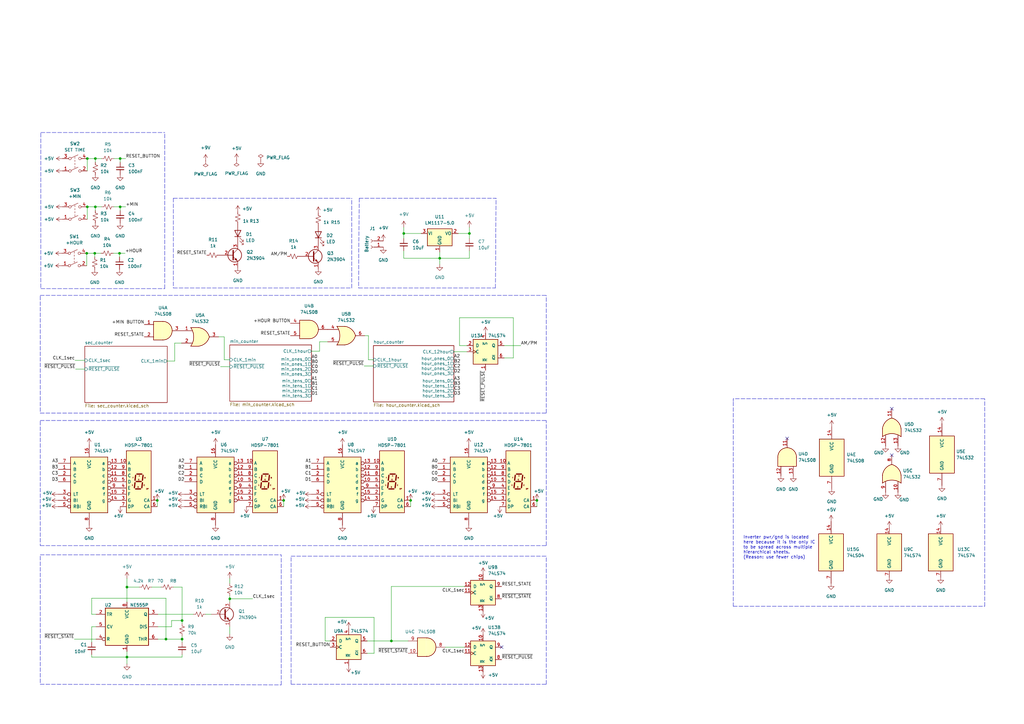
<source format=kicad_sch>
(kicad_sch (version 20211123) (generator eeschema)
  (paper "A3")
  (junction (at 38.862 103.886))
  (junction (at 39.116 84.836))
  (junction (at 64.516 205.232))
  (junction (at 52.07 240.792))
  (junction (at 74.676 262.128))
  (junction (at 68.072 262.128))
  (junction (at 52.07 269.494))
  (junction (at 168.402 205.232))
  (junction (at 49.276 84.836))
  (junction (at 35.56 103.886))
  (junction (at 74.676 254.508))
  (junction (at 49.276 65.024))
  (junction (at 49.022 103.886))
  (junction (at 35.814 65.024))
  (junction (at 180.34 105.918))
  (junction (at 160.528 262.89))
  (junction (at 192.532 95.758))
  (junction (at 39.116 65.024))
  (junction (at 94.234 245.618))
  (junction (at 35.814 84.836))
  (junction (at 220.218 205.232))
  (junction (at 165.608 95.758))
  (junction (at 116.332 205.232))
  (no_connect (at 365.76 186.69))
  (no_connect (at 322.834 179.832))
  (no_connect (at 365.76 167.64))
  (no_connect (at 205.74 265.43))
  (polyline (pts (xy 119.38 228.6) (xy 119.38 280.67)))
  (wire (pts (xy 68.58 148.082) (xy 71.628 148.082)))
  (polyline (pts (xy 119.38 280.67) (xy 224.028 280.67)))
  (polyline (pts (xy 300.736 164.846) (xy 300.736 248.666)))
  (wire (pts (xy 192.532 95.758) (xy 192.532 97.79)))
  (wire (pts (xy 52.07 269.494) (xy 74.676 269.494)))
  (wire (pts (xy 90.424 150.368) (xy 94.234 150.368)))
  (wire (pts (xy 46.736 65.024) (xy 49.276 65.024)))
  (wire (pts (xy 35.814 65.024) (xy 39.116 65.024)))
  (wire (pts (xy 94.234 245.618) (xy 103.632 245.618)))
  (wire (pts (xy 187.96 95.758) (xy 192.532 95.758)))
  (wire (pts (xy 52.07 237.236) (xy 52.07 240.792)))
  (polyline (pts (xy 16.51 169.418) (xy 224.028 169.418)))
  (wire (pts (xy 210.566 130.302) (xy 210.566 146.812)))
  (wire (pts (xy 165.608 95.758) (xy 172.72 95.758)))
  (wire (pts (xy 30.48 262.128) (xy 39.37 262.128)))
  (wire (pts (xy 149.352 150.114) (xy 153.162 150.114)))
  (wire (pts (xy 180.34 105.918) (xy 180.34 108.458)))
  (polyline (pts (xy 71.12 118.11) (xy 144.272 118.11)))
  (wire (pts (xy 127.762 144.018) (xy 131.064 144.018)))
  (wire (pts (xy 94.234 245.618) (xy 94.234 246.888)))
  (polyline (pts (xy 147.066 118.11) (xy 203.2 118.11)))
  (wire (pts (xy 49.276 84.836) (xy 51.562 84.836)))
  (polyline (pts (xy 71.12 81.28) (xy 144.272 81.28)))
  (wire (pts (xy 186.182 144.272) (xy 191.516 144.272)))
  (wire (pts (xy 35.56 103.886) (xy 38.862 103.886)))
  (wire (pts (xy 35.814 65.024) (xy 35.814 70.104)))
  (wire (pts (xy 71.12 240.792) (xy 74.676 240.792)))
  (wire (pts (xy 191.516 141.732) (xy 188.468 141.732)))
  (polyline (pts (xy 403.86 248.666) (xy 403.86 163.576)))
  (wire (pts (xy 74.676 240.792) (xy 74.676 254.508)))
  (polyline (pts (xy 119.38 228.092) (xy 224.028 228.092)))
  (wire (pts (xy 57.15 240.792) (xy 52.07 240.792)))
  (polyline (pts (xy 203.2 118.11) (xy 203.454 81.28)))
  (wire (pts (xy 46.482 103.886) (xy 49.022 103.886)))
  (wire (pts (xy 49.022 103.886) (xy 51.308 103.886)))
  (polyline (pts (xy 16.51 172.466) (xy 224.028 172.466)))
  (wire (pts (xy 35.56 103.886) (xy 35.56 108.966)))
  (wire (pts (xy 74.676 269.494) (xy 74.676 268.478)))
  (wire (pts (xy 64.516 205.232) (xy 64.516 207.772)))
  (wire (pts (xy 182.626 265.43) (xy 190.5 265.43)))
  (wire (pts (xy 135.382 262.89) (xy 133.35 262.89)))
  (wire (pts (xy 188.468 141.732) (xy 188.468 130.302)))
  (wire (pts (xy 84.328 251.968) (xy 86.614 251.968)))
  (wire (pts (xy 64.77 257.048) (xy 70.358 257.048)))
  (polyline (pts (xy 224.028 280.67) (xy 224.028 228.092)))
  (wire (pts (xy 41.402 103.886) (xy 38.862 103.886)))
  (wire (pts (xy 74.676 254.508) (xy 74.676 255.778)))
  (wire (pts (xy 150.622 262.89) (xy 160.528 262.89)))
  (wire (pts (xy 91.948 138.176) (xy 89.662 138.176)))
  (wire (pts (xy 74.676 262.128) (xy 68.072 262.128)))
  (wire (pts (xy 37.592 257.048) (xy 37.592 263.398)))
  (wire (pts (xy 71.628 140.716) (xy 74.422 140.716)))
  (wire (pts (xy 30.988 151.384) (xy 34.798 151.384)))
  (wire (pts (xy 66.04 240.792) (xy 62.23 240.792)))
  (wire (pts (xy 165.608 95.758) (xy 165.608 97.79)))
  (wire (pts (xy 210.566 146.812) (xy 206.756 146.812)))
  (polyline (pts (xy 16.764 118.364) (xy 67.564 118.364)))
  (wire (pts (xy 192.532 93.218) (xy 192.532 95.758)))
  (polyline (pts (xy 224.028 169.418) (xy 224.028 121.158)))
  (wire (pts (xy 37.592 269.494) (xy 52.07 269.494)))
  (polyline (pts (xy 16.764 54.356) (xy 67.564 54.356)))
  (wire (pts (xy 38.862 105.41) (xy 38.862 103.886)))
  (wire (pts (xy 64.77 251.968) (xy 79.248 251.968)))
  (wire (pts (xy 39.37 257.048) (xy 37.592 257.048)))
  (polyline (pts (xy 147.32 81.28) (xy 147.066 118.11)))
  (wire (pts (xy 39.37 251.968) (xy 37.592 251.968)))
  (wire (pts (xy 180.34 103.378) (xy 180.34 105.918)))
  (wire (pts (xy 37.592 251.968) (xy 37.592 245.364)))
  (wire (pts (xy 49.276 65.024) (xy 49.276 66.548)))
  (wire (pts (xy 149.606 137.668) (xy 151.13 137.668)))
  (wire (pts (xy 30.734 147.828) (xy 34.798 147.828)))
  (wire (pts (xy 41.656 65.024) (xy 39.116 65.024)))
  (wire (pts (xy 68.072 245.364) (xy 68.072 262.128)))
  (polyline (pts (xy 403.86 163.576) (xy 300.736 163.576)))
  (wire (pts (xy 165.608 105.918) (xy 165.608 102.87)))
  (wire (pts (xy 94.234 257.048) (xy 94.234 260.096)))
  (wire (pts (xy 74.676 262.128) (xy 74.676 263.398)))
  (wire (pts (xy 151.13 147.574) (xy 153.162 147.574)))
  (wire (pts (xy 151.13 137.668) (xy 151.13 147.574)))
  (polyline (pts (xy 16.51 228.092) (xy 16.51 280.67)))
  (wire (pts (xy 35.814 84.836) (xy 39.116 84.836)))
  (polyline (pts (xy 144.272 118.11) (xy 144.272 81.28)))
  (polyline (pts (xy 16.51 280.67) (xy 115.316 280.924)))
  (wire (pts (xy 52.07 269.494) (xy 52.07 267.208)))
  (wire (pts (xy 46.736 84.836) (xy 49.276 84.836)))
  (wire (pts (xy 39.116 66.548) (xy 39.116 65.024)))
  (polyline (pts (xy 16.51 223.774) (xy 224.028 223.774)))
  (wire (pts (xy 94.234 244.348) (xy 94.234 245.618)))
  (polyline (pts (xy 71.12 81.28) (xy 71.12 118.11)))
  (wire (pts (xy 71.628 148.082) (xy 71.628 140.716)))
  (polyline (pts (xy 224.028 223.774) (xy 224.028 172.466)))
  (wire (pts (xy 190.5 240.538) (xy 160.528 240.538)))
  (wire (pts (xy 37.592 245.364) (xy 68.072 245.364)))
  (wire (pts (xy 37.592 268.478) (xy 37.592 269.494)))
  (wire (pts (xy 133.35 262.89) (xy 133.35 253.238)))
  (wire (pts (xy 49.276 65.024) (xy 51.562 65.024)))
  (wire (pts (xy 74.676 260.858) (xy 74.676 262.128)))
  (wire (pts (xy 52.07 272.288) (xy 52.07 269.494)))
  (wire (pts (xy 153.416 253.238) (xy 153.416 267.97)))
  (wire (pts (xy 70.358 257.048) (xy 70.358 254.508)))
  (wire (pts (xy 160.528 262.89) (xy 167.386 262.89)))
  (wire (pts (xy 52.07 240.792) (xy 52.07 246.888)))
  (polyline (pts (xy 147.32 81.28) (xy 203.454 81.28)))
  (polyline (pts (xy 16.51 121.412) (xy 16.51 169.418)))
  (wire (pts (xy 206.756 141.732) (xy 213.614 141.732)))
  (polyline (pts (xy 115.316 280.924) (xy 115.316 227.584)))
  (wire (pts (xy 91.948 147.574) (xy 91.948 138.176)))
  (polyline (pts (xy 16.51 121.158) (xy 224.028 121.158)))
  (polyline (pts (xy 300.736 163.576) (xy 300.736 164.592)))
  (wire (pts (xy 188.468 130.302) (xy 210.566 130.302)))
  (wire (pts (xy 94.234 237.236) (xy 94.234 239.268)))
  (polyline (pts (xy 300.736 248.666) (xy 403.86 248.666)))
  (wire (pts (xy 49.276 84.836) (xy 49.276 86.36)))
  (wire (pts (xy 153.416 267.97) (xy 150.622 267.97)))
  (wire (pts (xy 180.34 105.918) (xy 165.608 105.918)))
  (wire (pts (xy 131.064 144.018) (xy 131.064 140.208)))
  (wire (pts (xy 165.608 93.218) (xy 165.608 95.758)))
  (polyline (pts (xy 16.51 172.72) (xy 16.51 223.774)))
  (wire (pts (xy 220.218 205.232) (xy 220.218 207.772)))
  (wire (pts (xy 192.532 105.918) (xy 180.34 105.918)))
  (wire (pts (xy 133.35 253.238) (xy 153.416 253.238)))
  (wire (pts (xy 41.656 84.836) (xy 39.116 84.836)))
  (polyline (pts (xy 16.764 54.61) (xy 16.764 118.364)))
  (wire (pts (xy 168.402 205.232) (xy 168.402 207.772)))
  (wire (pts (xy 64.77 262.128) (xy 68.072 262.128)))
  (wire (pts (xy 70.358 254.508) (xy 74.676 254.508)))
  (wire (pts (xy 94.234 147.574) (xy 91.948 147.574)))
  (polyline (pts (xy 67.564 118.364) (xy 67.564 54.356)))
  (wire (pts (xy 35.814 84.836) (xy 35.814 89.916)))
  (wire (pts (xy 192.532 102.87) (xy 192.532 105.918)))
  (wire (pts (xy 160.528 240.538) (xy 160.528 262.89)))
  (wire (pts (xy 116.332 205.232) (xy 116.332 207.772)))
  (polyline (pts (xy 16.51 227.584) (xy 115.316 227.584)))
  (wire (pts (xy 49.022 103.886) (xy 49.022 105.41)))
  (wire (pts (xy 131.064 140.208) (xy 134.366 140.208)))
  (wire (pts (xy 39.116 86.36) (xy 39.116 84.836)))
  (text "Inverter pwr/gnd is located\nhere because it is the only IC\nto be spread across multiple\nhierarchical sheets.\n(Reason: use fewer chips)" (at 304.8 229.362 0) (effects (font (size 1.27 1.27)) (justify left bottom)))
  (label "~{RESET_PULSE}" (at 30.988 151.384 180))
  (label "B3" (at 23.876 192.532 180))
  (label "+HOUR" (at 51.308 103.886 0))
  (label "C2" (at 186.182 151.13 0))
  (label "RESET_STATE" (at 84.836 104.648 180))
  (label "RESET_BUTTON" (at 51.562 65.024 0))
  (label "C1" (at 127.762 195.072 180))
  (label "A1" (at 127.762 156.21 0))
  (label "+HOUR BUTTON" (at 119.126 132.588 180))
  (label "C0" (at 127.762 151.384 0))
  (label "AM{slash}PM" (at 117.856 105.156 180))
  (label "D1" (at 127.762 162.306 0))
  (label "C3" (at 186.182 160.274 0))
  (label "+MIN BUTTON" (at 59.182 133.096 180))
  (label "~{RESET_STATE}" (at 167.386 267.97 180))
  (label "RESET_STATE" (at 205.74 240.538 0))
  (label "A2" (at 75.692 189.992 180))
  (label "RESET_BUTTON" (at 135.382 265.43 180))
  (label "D0" (at 179.578 197.612 180))
  (label "A3" (at 186.182 156.21 0))
  (label "A0" (at 127.762 147.32 0))
  (label "B2" (at 75.692 192.532 180))
  (label "D2" (at 186.182 153.162 0))
  (label "B1" (at 127.762 192.532 180))
  (label "A0" (at 179.578 189.992 180))
  (label "D0" (at 127.762 153.416 0))
  (label "~{RESET_PULSE}" (at 149.352 150.114 180))
  (label "C2" (at 75.692 195.072 180))
  (label "D3" (at 23.876 197.612 180))
  (label "AM{slash}PM" (at 213.614 141.732 0))
  (label "D3" (at 186.182 162.306 0))
  (label "~{RESET_PULSE}" (at 205.74 270.51 0))
  (label "RESET_STATE" (at 119.126 137.668 180))
  (label "CLK_1sec" (at 190.5 267.97 180))
  (label "A3" (at 23.876 189.992 180))
  (label "CLK_1sec" (at 103.632 245.618 0))
  (label "C1" (at 127.762 160.274 0))
  (label "C3" (at 23.876 195.072 180))
  (label "B0" (at 179.578 192.532 180))
  (label "B0" (at 127.762 149.352 0))
  (label "RESET_STATE" (at 59.182 138.176 180))
  (label "D2" (at 75.692 197.612 180))
  (label "~{RESET_STATE}" (at 205.74 245.618 0))
  (label "~{RESET_PULSE}" (at 199.136 151.892 270))
  (label "D1" (at 127.762 197.612 180))
  (label "~{RESET_PULSE}" (at 90.424 150.368 180))
  (label "B3" (at 186.182 158.242 0))
  (label "A2" (at 186.182 147.066 0))
  (label "~{RESET_STATE}" (at 30.48 262.128 180))
  (label "C0" (at 179.578 195.072 180))
  (label "B1" (at 127.762 158.242 0))
  (label "B2" (at 186.182 149.098 0))
  (label "CLK_1sec" (at 30.734 147.828 180))
  (label "A1" (at 127.762 189.992 180))
  (label "CLK_1sec" (at 190.5 243.078 180))
  (label "+MIN" (at 51.562 84.836 0))
  (symbol (lib_id "power:+5V") (at 341.122 175.006 0) (unit 1)
    (property "Reference" "#PWR061" (effects hide))
    (property "Value" "+5V" (at 341.122 170.18 0))
  )
  (symbol (lib_id "power:+5V") (at 25.654 89.916 90) (unit 1)
    (property "Reference" "#PWR09" (effects hide))
    (property "Value" "+5V" (at 22.098 89.9159 90) (effects (justify left)))
  )
  (symbol (lib_id "power:+5V") (at 127.762 202.692 90) (unit 1)
    (property "Reference" "#PWR031" (effects hide))
    (property "Value" "+5V" (at 121.158 202.184 90) (effects (justify right)))
  )
  (symbol (lib_id "power:+5V") (at 386.334 173.736 0) (unit 1)
    (property "Reference" "#PWR071" (effects hide))
    (property "Value" "+5V" (at 386.334 168.91 0))
  )
  (symbol (lib_id "Connector:Conn_01x02_Female") (at 152.146 101.346 180) (unit 1)
    (property "Reference" "J1" (at 152.781 93.726 0))
    (property "Value" "Battery" (at 150.368 100.076 90))
    (property "Footprint" "TerminalBlock_Phoenix:TerminalBlock_Phoenix_MKDS-1,5-2_1x02_P5.00mm_Horizontal" (effects hide))
  )
  (symbol (lib_id "power:GND") (at 94.234 260.096 0) (unit 1)
    (property "Reference" "#PWR027" (effects hide))
    (property "Value" "GND" (at 94.234 265.43 0))
  )
  (symbol (lib_id "power:GND") (at 38.862 110.49 0) (unit 1)
    (property "Reference" "#PWR012" (effects hide))
    (property "Value" "GND" (at 38.862 115.824 0))
  )
  (symbol (lib_id "Device:R_Small_US") (at 44.196 84.836 90) (unit 1)
    (property "Reference" "R6" (at 44.196 78.994 90))
    (property "Value" "10k" (at 44.196 81.534 90))
    (property "Footprint" "Resistor_THT:R_Axial_DIN0207_L6.3mm_D2.5mm_P10.16mm_Horizontal" (effects hide))
  )
  (symbol (lib_id "power:+5V") (at 64.516 205.232 0) (unit 1)
    (property "Reference" "#PWR020" (effects hide))
    (property "Value" "+5V" (at 67.31 201.422 0) (effects (justify right)))
  )
  (symbol (lib_id "74xx:74LS32") (at 141.986 137.668 0) (unit 2)
    (property "Reference" "U5" (at 141.986 128.778 0))
    (property "Value" "74LS32" (at 141.986 131.318 0))
    (property "Footprint" "Package_DIP:DIP-14_W7.62mm" (effects hide))
    (property "Datasheet" "http://www.ti.com/lit/gpn/sn74LS32" (effects hide))
  )
  (symbol (lib_id "power:GND") (at 52.07 272.288 0) (unit 1)
    (property "Reference" "#PWR019" (effects hide))
    (property "Value" "GND" (at 52.07 277.622 0))
  )
  (symbol (lib_id "Device:R_Small_US") (at 59.69 240.792 90) (unit 1)
    (property "Reference" "R7" (at 63.246 238.252 90) (effects (justify left)))
    (property "Value" "4.2k" (at 58.928 238.252 90) (effects (justify left)))
    (property "Footprint" "Resistor_THT:R_Axial_DIN0207_L6.3mm_D2.5mm_P10.16mm_Horizontal" (effects hide))
  )
  (symbol (lib_id "power:+5V") (at 198.12 260.35 0) (unit 1)
    (property "Reference" "#PWR053" (effects hide))
    (property "Value" "+5V" (at 195.326 257.556 0))
  )
  (symbol (lib_id "power:+5V") (at 179.578 202.692 90) (unit 1)
    (property "Reference" "#PWR044" (effects hide))
    (property "Value" "+5V" (at 172.72 202.184 90) (effects (justify right)))
  )
  (symbol (lib_id "power:+5V") (at 97.536 86.868 0) (unit 1)
    (property "Reference" "#PWR028" (effects hide))
    (property "Value" "+5V" (at 99.314 85.5979 0) (effects (justify left)))
  )
  (symbol (lib_id "power:GND") (at 97.536 109.728 0) (unit 1)
    (property "Reference" "#PWR029" (effects hide))
    (property "Value" "GND" (at 97.536 115.062 0))
  )
  (symbol (lib_id "Device:R_Small_US") (at 74.676 258.318 0) (unit 1)
    (property "Reference" "R9" (at 76.962 257.0479 0) (effects (justify left)))
    (property "Value" "70k" (at 76.962 259.5879 0) (effects (justify left)))
    (property "Footprint" "Resistor_THT:R_Axial_DIN0207_L6.3mm_D2.5mm_P10.16mm_Horizontal" (effects hide))
  )
  (symbol (lib_id "Display_Character:HDSP-7801") (at 108.712 197.612 0) (unit 1)
    (property "Reference" "U7" (at 108.712 180.086 0))
    (property "Value" "HDSP-7801" (at 108.712 182.626 0))
    (property "Footprint" "Display_7Segment:7SegmentLED_LTS6760_LTS6780" (effects hide))
    (property "Datasheet" "https://docs.broadcom.com/docs/AV02-2553EN" (effects hide))
  )
  (symbol (lib_id "Device:C_Small") (at 165.608 100.33 0) (unit 1)
    (property "Reference" "C6" (at 169.164 99.0662 0) (effects (justify left)))
    (property "Value" "10uF" (at 169.164 101.6062 0) (effects (justify left)))
    (property "Footprint" "Capacitor_THT:CP_Radial_Tantal_D5.0mm_P5.00mm" (effects hide))
  )
  (symbol (lib_id "power:+5V") (at 192.532 93.218 0) (unit 1)
    (property "Reference" "#PWR050" (effects hide))
    (property "Value" "+5V" (at 192.532 88.392 0))
  )
  (symbol (lib_id "74xx:74LS74") (at 199.136 144.272 0) (unit 1)
    (property "Reference" "U13" (at 193.04 137.668 0) (effects (justify left)))
    (property "Value" "74LS74" (at 200.152 137.668 0) (effects (justify left)))
    (property "Footprint" "Package_DIP:DIP-14_W7.62mm" (effects hide))
    (property "Datasheet" "74xx/74hc_hct74.pdf" (effects hide))
  )
  (symbol (lib_id "power:+5V") (at 75.692 202.692 90) (unit 1)
    (property "Reference" "#PWR021" (effects hide))
    (property "Value" "+5V" (at 68.834 202.184 90) (effects (justify right)))
  )
  (symbol (lib_id "power:GND") (at 106.934 65.913 0) (unit 1)
    (property "Reference" "#PWR0215" (effects hide))
    (property "Value" "GND" (at 106.934 71.247 0))
  )
  (symbol (lib_id "power:+5V") (at 198.12 250.698 180) (unit 1)
    (property "Reference" "#PWR052" (effects hide))
    (property "Value" "+5V" (at 200.66 253.492 0))
  )
  (symbol (lib_id "power:GND") (at 157.226 101.346 0) (unit 1)
    (property "Reference" "#PWR041" (effects hide))
    (property "Value" "GND" (at 157.226 106.68 0))
  )
  (symbol (lib_id "74xx:74LS08") (at 126.746 135.128 0) (unit 2)
    (property "Reference" "U4" (at 126.746 125.476 0))
    (property "Value" "74LS08" (at 126.746 128.016 0))
    (property "Footprint" "Package_DIP:DIP-14_W7.62mm" (effects hide))
    (property "Datasheet" "http://www.ti.com/lit/gpn/sn74LS08" (effects hide))
  )
  (symbol (lib_id "Switch:SW_DPST") (at 30.734 87.376 0) (unit 1)
    (property "Reference" "SW3" (at 30.734 77.978 0))
    (property "Value" "+MIN" (at 30.734 80.518 0))
    (property "Footprint" "Button_Switch_THT:Push_E-Switch_KS01Q01" (effects hide))
  )
  (symbol (lib_id "Device:C_Small") (at 49.276 88.9 0) (unit 1)
    (property "Reference" "C4" (at 52.578 87.6362 0) (effects (justify left)))
    (property "Value" "100nF" (at 52.578 90.1762 0) (effects (justify left)))
    (property "Footprint" "Capacitor_THT:C_Disc_D5.0mm_W2.5mm_P5.00mm" (effects hide))
  )
  (symbol (lib_id "74xx:74LS32") (at 386.334 186.436 0) (unit 5)
    (property "Reference" "U5" (at 392.176 185.1659 0) (effects (justify left)))
    (property "Value" "74LS32" (at 392.176 187.7059 0) (effects (justify left)))
    (property "Footprint" "Package_DIP:DIP-14_W7.62mm" (effects hide))
    (property "Datasheet" "http://www.ti.com/lit/gpn/sn74LS32" (effects hide))
  )
  (symbol (lib_id "power:+5V") (at 168.402 205.232 0) (unit 1)
    (property "Reference" "#PWR043" (effects hide))
    (property "Value" "+5V" (at 171.196 201.422 0) (effects (justify right)))
  )
  (symbol (lib_id "74xx:74LS47") (at 36.576 197.612 0) (unit 1)
    (property "Reference" "U1" (at 38.5954 182.372 0) (effects (justify left)))
    (property "Value" "74LS47" (at 38.5954 184.912 0) (effects (justify left)))
    (property "Footprint" "Package_DIP:DIP-16_W7.62mm" (effects hide))
    (property "Datasheet" "http://www.ti.com/lit/gpn/sn74LS47" (effects hide))
  )
  (symbol (lib_id "Device:C_Small") (at 49.022 107.95 0) (unit 1)
    (property "Reference" "C2" (at 52.324 106.6862 0) (effects (justify left)))
    (property "Value" "100nF" (at 52.324 109.2262 0) (effects (justify left)))
    (property "Footprint" "Capacitor_THT:C_Disc_D5.0mm_W2.5mm_P5.00mm" (effects hide))
  )
  (symbol (lib_id "Regulator_Linear:LM1117-5.0") (at 180.34 95.758 0) (unit 1)
    (property "Reference" "U11" (at 180.34 88.9 0))
    (property "Value" "LM1117-5.0" (at 180.34 91.44 0))
    (property "Footprint" "Package_TO_SOT_THT:TO-220-3_Vertical" (effects hide))
    (property "Datasheet" "http://www.ti.com/lit/ds/symlink/lm1117.pdf" (effects hide))
  )
  (symbol (lib_id "74xx:74LS08") (at 175.006 265.43 0) (unit 3)
    (property "Reference" "U4" (at 168.148 259.08 0))
    (property "Value" "74LS08" (at 175.006 259.08 0))
    (property "Footprint" "Package_DIP:DIP-14_W7.62mm" (effects hide))
    (property "Datasheet" "http://www.ti.com/lit/gpn/sn74LS08" (effects hide))
  )
  (symbol (lib_id "power:+5V") (at 23.876 205.232 90) (unit 1)
    (property "Reference" "#PWR02" (effects hide))
    (property "Value" "+5V" (at 17.018 204.724 90) (effects (justify right)))
  )
  (symbol (lib_id "power:GND") (at 363.22 182.88 0) (unit 1)
    (property "Reference" "#PWR063" (effects hide))
    (property "Value" "GND" (at 360.426 185.674 0))
  )
  (symbol (lib_id "74xx:74LS32") (at 365.76 175.26 90) (unit 4)
    (property "Reference" "U5" (at 370.84 173.9899 90) (effects (justify right)))
    (property "Value" "74LS32" (at 370.84 176.5299 90) (effects (justify right)))
    (property "Footprint" "Package_DIP:DIP-14_W7.62mm" (effects hide))
    (property "Datasheet" "http://www.ti.com/lit/gpn/sn74LS32" (effects hide))
  )
  (symbol (lib_id "Switch:SW_DPST") (at 30.48 106.426 0) (unit 1)
    (property "Reference" "SW1" (at 30.48 97.028 0))
    (property "Value" "+HOUR" (at 30.48 99.568 0))
    (property "Footprint" "Button_Switch_THT:Push_E-Switch_KS01Q01" (effects hide))
  )
  (symbol (lib_id "power:+5V") (at 192.278 182.372 0) (unit 1)
    (property "Reference" "#PWR048" (effects hide))
    (property "Value" "+5V" (at 192.278 177.292 0))
  )
  (symbol (lib_id "Display_Character:HDSP-7801") (at 160.782 197.612 0) (unit 1)
    (property "Reference" "U10" (at 160.782 180.086 0))
    (property "Value" "HDSP-7801" (at 160.782 182.626 0))
    (property "Footprint" "Display_7Segment:7SegmentLED_LTS6760_LTS6780" (effects hide))
    (property "Datasheet" "https://docs.broadcom.com/docs/AV02-2553EN" (effects hide))
  )
  (symbol (lib_id "Device:R_Small_US") (at 81.788 251.968 90) (unit 1)
    (property "Reference" "R10" (at 81.788 246.38 90))
    (property "Value" "1k" (at 81.788 248.92 90))
    (property "Footprint" "Resistor_THT:R_Axial_DIN0207_L6.3mm_D2.5mm_P10.16mm_Horizontal" (effects hide))
  )
  (symbol (lib_id "power:+9V") (at 165.608 93.218 0) (unit 1)
    (property "Reference" "#PWR042" (effects hide))
    (property "Value" "+9V" (at 165.608 87.884 0))
  )
  (symbol (lib_id "Device:R_Small_US") (at 97.536 89.408 180) (unit 1)
    (property "Reference" "R13" (at 102.362 90.678 0) (effects (justify right)))
    (property "Value" "1k" (at 99.568 90.6779 0) (effects (justify right)))
    (property "Footprint" "Resistor_THT:R_Axial_DIN0207_L6.3mm_D2.5mm_P10.16mm_Horizontal" (effects hide))
  )
  (symbol (lib_id "power:GND") (at 36.576 215.392 0) (unit 1)
    (property "Reference" "#PWR011" (effects hide))
    (property "Value" "GND" (at 36.576 220.726 0))
  )
  (symbol (lib_id "Display_Character:HDSP-7801") (at 212.598 197.612 0) (unit 1)
    (property "Reference" "U14" (at 212.598 180.086 0))
    (property "Value" "HDSP-7801" (at 212.598 182.626 0))
    (property "Footprint" "Display_7Segment:7SegmentLED_LTS6760_LTS6780" (effects hide))
    (property "Datasheet" "https://docs.broadcom.com/docs/AV02-2553EN" (effects hide))
  )
  (symbol (lib_id "power:+5V") (at 153.162 207.772 180) (unit 1)
    (property "Reference" "#PWR0216" (effects hide))
    (property "Value" "+5V" (at 150.368 211.582 0) (effects (justify right)))
  )
  (symbol (lib_id "power:+5V") (at 204.978 207.772 180) (unit 1)
    (property "Reference" "#PWR0217" (effects hide))
    (property "Value" "+5V" (at 202.184 211.582 0) (effects (justify right)))
  )
  (symbol (lib_id "Transistor_BJT:2N3904") (at 91.694 251.968 0) (unit 1)
    (property "Reference" "Q1" (at 97.79 250.6979 0) (effects (justify left)))
    (property "Value" "2N3904" (at 97.79 253.2379 0) (effects (justify left)))
    (property "Footprint" "Package_TO_SOT_THT:TO-92_Inline" (effects hide))
    (property "Datasheet" "https://www.onsemi.com/pub/Collateral/2N3903-D.PDF" (effects hide))
  )
  (symbol (lib_id "power:GND") (at 364.744 236.728 0) (unit 1)
    (property "Reference" "#PWR066" (effects hide))
    (property "Value" "GND" (at 364.744 242.062 0))
  )
  (symbol (lib_id "power:+5V") (at 198.12 275.59 180) (unit 1)
    (property "Reference" "#PWR054" (effects hide))
    (property "Value" "+5V" (at 200.152 276.8599 0) (effects (justify right)))
  )
  (symbol (lib_id "74xx:74LS47") (at 140.462 197.612 0) (unit 1)
    (property "Reference" "U8" (at 142.4814 182.372 0) (effects (justify left)))
    (property "Value" "74LS47" (at 142.4814 184.912 0) (effects (justify left)))
    (property "Footprint" "Package_DIP:DIP-16_W7.62mm" (effects hide))
    (property "Datasheet" "http://www.ti.com/lit/gpn/sn74LS47" (effects hide))
  )
  (symbol (lib_id "power:+5V") (at 179.578 205.232 90) (unit 1)
    (property "Reference" "#PWR045" (effects hide))
    (property "Value" "+5V" (at 172.72 204.724 90) (effects (justify right)))
  )
  (symbol (lib_id "Device:R_Small_US") (at 39.116 69.088 0) (unit 1)
    (property "Reference" "R2" (at 41.148 67.8179 0) (effects (justify left)))
    (property "Value" "10k" (at 41.148 70.3579 0) (effects (justify left)))
    (property "Footprint" "Resistor_THT:R_Axial_DIN0207_L6.3mm_D2.5mm_P10.16mm_Horizontal" (effects hide))
  )
  (symbol (lib_id "74xx:74LS32") (at 365.76 194.31 90) (unit 3)
    (property "Reference" "U5" (at 370.332 193.0399 90) (effects (justify right)))
    (property "Value" "74LS32" (at 370.332 195.5799 90) (effects (justify right)))
    (property "Footprint" "Package_DIP:DIP-14_W7.62mm" (effects hide))
    (property "Datasheet" "http://www.ti.com/lit/gpn/sn74LS32" (effects hide))
  )
  (symbol (lib_id "Device:R_Small_US") (at 94.234 241.808 180) (unit 1)
    (property "Reference" "R12" (at 96.012 240.5379 0) (effects (justify right)))
    (property "Value" "10k" (at 96.012 243.0779 0) (effects (justify right)))
    (property "Footprint" "Resistor_THT:R_Axial_DIN0207_L6.3mm_D2.5mm_P10.16mm_Horizontal" (effects hide))
  )
  (symbol (lib_id "power:+5V") (at 127.762 205.232 90) (unit 1)
    (property "Reference" "#PWR032" (effects hide))
    (property "Value" "+5V" (at 120.904 204.724 90) (effects (justify right)))
  )
  (symbol (lib_id "Device:R_Small_US") (at 120.396 105.156 90) (unit 1)
    (property "Reference" "R14" (at 120.396 98.806 90))
    (property "Value" "1k" (at 120.396 101.346 90))
    (property "Footprint" "Resistor_THT:R_Axial_DIN0207_L6.3mm_D2.5mm_P10.16mm_Horizontal" (effects hide))
  )
  (symbol (lib_id "74xx:74LS74") (at 143.002 265.43 0) (unit 1)
    (property "Reference" "U9" (at 136.906 258.826 0) (effects (justify left)))
    (property "Value" "74LS74" (at 143.764 258.826 0) (effects (justify left)))
    (property "Footprint" "Package_DIP:DIP-14_W7.62mm" (effects hide))
    (property "Datasheet" "74xx/74hc_hct74.pdf" (effects hide))
  )
  (symbol (lib_id "power:GND") (at 49.022 110.49 0) (unit 1)
    (property "Reference" "#PWR015" (effects hide))
    (property "Value" "GND" (at 49.022 115.824 0))
  )
  (symbol (lib_id "Device:LED") (at 130.556 96.266 90) (unit 1)
    (property "Reference" "D2" (at 133.858 96.5834 90) (effects (justify right)))
    (property "Value" "LED" (at 133.858 99.1234 90) (effects (justify right)))
    (property "Footprint" "LED_THT:LED_D3.0mm" (effects hide))
  )
  (symbol (lib_id "power:+5V") (at 340.868 213.868 0) (unit 1)
    (property "Reference" "#PWR059" (effects hide))
    (property "Value" "+5V" (at 340.868 209.042 0))
  )
  (symbol (lib_id "power:GND") (at 340.868 239.268 0) (unit 1)
    (property "Reference" "#PWR060" (effects hide))
    (property "Value" "GND" (at 340.868 244.602 0))
  )
  (symbol (lib_id "Device:C_Small") (at 74.676 265.938 0) (unit 1)
    (property "Reference" "C5" (at 78.232 264.6742 0) (effects (justify left)))
    (property "Value" "10uF" (at 78.232 267.2142 0) (effects (justify left)))
    (property "Footprint" "Capacitor_THT:CP_Radial_Tantal_D5.0mm_P5.00mm" (effects hide))
  )
  (symbol (lib_id "Transistor_BJT:2N3904") (at 128.016 105.156 0) (unit 1)
    (property "Reference" "Q3" (at 134.112 103.8859 0) (effects (justify left)))
    (property "Value" "2N3904" (at 134.112 106.4259 0) (effects (justify left)))
    (property "Footprint" "Package_TO_SOT_THT:TO-92_Inline" (effects hide))
    (property "Datasheet" "https://www.onsemi.com/pub/Collateral/2N3903-D.PDF" (effects hide))
  )
  (symbol (lib_id "Device:C_Small") (at 49.276 69.088 0) (unit 1)
    (property "Reference" "C3" (at 52.578 67.8242 0) (effects (justify left)))
    (property "Value" "100nF" (at 52.578 70.3642 0) (effects (justify left)))
    (property "Footprint" "Capacitor_THT:C_Disc_D5.0mm_W2.5mm_P5.00mm" (effects hide))
  )
  (symbol (lib_id "power:+5V") (at 140.462 182.372 0) (unit 1)
    (property "Reference" "#PWR036" (effects hide))
    (property "Value" "+5V" (at 140.462 177.292 0))
  )
  (symbol (lib_id "power:+5V") (at 143.002 257.81 0) (unit 1)
    (property "Reference" "#PWR038" (effects hide))
    (property "Value" "+5V" (at 140.208 255.016 0))
  )
  (symbol (lib_id "74xx:74LS47") (at 192.278 197.612 0) (unit 1)
    (property "Reference" "U12" (at 194.2974 182.372 0) (effects (justify left)))
    (property "Value" "74LS47" (at 194.2974 184.912 0) (effects (justify left)))
    (property "Footprint" "Package_DIP:DIP-16_W7.62mm" (effects hide))
    (property "Datasheet" "http://www.ti.com/lit/gpn/sn74LS47" (effects hide))
  )
  (symbol (lib_id "power:+5V") (at 198.12 235.458 0) (unit 1)
    (property "Reference" "#PWR051" (effects hide))
    (property "Value" "+5V" (at 198.12 230.886 0))
  )
  (symbol (lib_id "Device:R_Small_US") (at 38.862 107.95 0) (unit 1)
    (property "Reference" "R1" (at 40.894 106.6799 0) (effects (justify left)))
    (property "Value" "10k" (at 40.894 109.2199 0) (effects (justify left)))
    (property "Footprint" "Resistor_THT:R_Axial_DIN0207_L6.3mm_D2.5mm_P10.16mm_Horizontal" (effects hide))
  )
  (symbol (lib_id "Transistor_BJT:2N3904") (at 94.996 104.648 0) (unit 1)
    (property "Reference" "Q2" (at 101.092 103.3779 0) (effects (justify left)))
    (property "Value" "2N3904" (at 101.092 105.9179 0) (effects (justify left)))
    (property "Footprint" "Package_TO_SOT_THT:TO-92_Inline" (effects hide))
    (property "Datasheet" "https://www.onsemi.com/pub/Collateral/2N3903-D.PDF" (effects hide))
  )
  (symbol (lib_id "power:GND") (at 386.334 199.136 0) (unit 1)
    (property "Reference" "#PWR072" (effects hide))
    (property "Value" "GND" (at 386.334 204.47 0))
  )
  (symbol (lib_id "74xx:74LS47") (at 88.392 197.612 0) (unit 1)
    (property "Reference" "U6" (at 90.4114 182.372 0) (effects (justify left)))
    (property "Value" "74LS47" (at 90.4114 184.912 0) (effects (justify left)))
    (property "Footprint" "Package_DIP:DIP-16_W7.62mm" (effects hide))
    (property "Datasheet" "http://www.ti.com/lit/gpn/sn74LS47" (effects hide))
  )
  (symbol (lib_id "power:+5V") (at 385.826 216.408 0) (unit 1)
    (property "Reference" "#PWR069" (effects hide))
    (property "Value" "+5V" (at 385.826 211.582 0))
  )
  (symbol (lib_id "Timer:NE555P") (at 52.07 257.048 0) (unit 1)
    (property "Reference" "U2" (at 42.926 248.158 0) (effects (justify left)))
    (property "Value" "NE555P" (at 53.34 248.158 0) (effects (justify left)))
    (property "Footprint" "Package_DIP:DIP-8_W7.62mm" (effects hide))
    (property "Datasheet" "http://www.ti.com/lit/ds/symlink/ne555.pdf" (effects hide))
  )
  (symbol (lib_id "power:+5V") (at 88.392 182.372 0) (unit 1)
    (property "Reference" "#PWR024" (effects hide))
    (property "Value" "+5V" (at 88.392 177.292 0))
  )
  (symbol (lib_id "power:PWR_FLAG") (at 97.028 65.659 180) (unit 1)
    (property "Reference" "#FLG02" (effects hide))
    (property "Value" "PWR_FLAG" (at 97.028 71.12 0))
  )
  (symbol (lib_id "Device:R_Small_US") (at 44.196 65.024 90) (unit 1)
    (property "Reference" "R5" (at 44.196 59.182 90))
    (property "Value" "10k" (at 44.196 61.722 90))
    (property "Footprint" "Resistor_THT:R_Axial_DIN0207_L6.3mm_D2.5mm_P10.16mm_Horizontal" (effects hide))
  )
  (symbol (lib_id "power:+5V") (at 75.692 205.232 90) (unit 1)
    (property "Reference" "#PWR022" (effects hide))
    (property "Value" "+5V" (at 68.834 204.724 90) (effects (justify right)))
  )
  (symbol (lib_id "power:+5V") (at 23.876 202.692 90) (unit 1)
    (property "Reference" "#PWR01" (effects hide))
    (property "Value" "+5V" (at 17.272 202.184 90) (effects (justify right)))
  )
  (symbol (lib_id "power:GND") (at 385.826 236.728 0) (unit 1)
    (property "Reference" "#PWR070" (effects hide))
    (property "Value" "GND" (at 385.826 242.062 0))
  )
  (symbol (lib_id "power:+5V") (at 179.578 207.772 90) (unit 1)
    (property "Reference" "#PWR046" (effects hide))
    (property "Value" "+5V" (at 172.72 207.264 90) (effects (justify right)))
  )
  (symbol (lib_id "Device:R_Small_US") (at 87.376 104.648 90) (unit 1)
    (property "Reference" "R11" (at 87.376 98.298 90))
    (property "Value" "1k" (at 87.376 100.838 90))
    (property "Footprint" "Resistor_THT:R_Axial_DIN0207_L6.3mm_D2.5mm_P10.16mm_Horizontal" (effects hide))
  )
  (symbol (lib_id "power:GND") (at 49.276 71.628 0) (unit 1)
    (property "Reference" "#PWR016" (effects hide))
    (property "Value" "GND" (at 49.276 76.962 0))
  )
  (symbol (lib_id "power:GND") (at 368.3 182.88 0) (unit 1)
    (property "Reference" "#PWR067" (effects hide))
    (property "Value" "GND" (at 371.094 185.674 0))
  )
  (symbol (lib_id "power:GND") (at 39.116 91.44 0) (unit 1)
    (property "Reference" "#PWR014" (effects hide))
    (property "Value" "GND" (at 39.116 96.774 0))
  )
  (symbol (lib_id "power:+5V") (at 220.218 205.232 0) (unit 1)
    (property "Reference" "#PWR056" (effects hide))
    (property "Value" "+5V" (at 223.012 201.422 0) (effects (justify right)))
  )
  (symbol (lib_id "74xx:74LS08") (at 66.802 135.636 0) (unit 1)
    (property "Reference" "U4" (at 66.802 126.238 0))
    (property "Value" "74LS08" (at 66.802 128.778 0))
    (property "Footprint" "Package_DIP:DIP-14_W7.62mm" (effects hide))
    (property "Datasheet" "http://www.ti.com/lit/gpn/sn74LS08" (effects hide))
  )
  (symbol (lib_id "power:+5V") (at 25.4 103.886 90) (unit 1)
    (property "Reference" "#PWR04" (effects hide))
    (property "Value" "+5V" (at 21.844 103.8859 90) (effects (justify left)))
  )
  (symbol (lib_id "power:PWR_FLAG") (at 106.934 65.913 0) (unit 1)
    (property "Reference" "#FLG03" (effects hide))
    (property "Value" "PWR_FLAG" (at 109.22 64.6429 0) (effects (justify left)))
  )
  (symbol (lib_id "power:GND") (at 325.374 195.072 0) (unit 1)
    (property "Reference" "#PWR058" (effects hide))
    (property "Value" "GND" (at 325.374 200.66 0))
  )
  (symbol (lib_id "74xx:74LS08") (at 322.834 187.452 90) (unit 4)
    (property "Reference" "U4" (at 327.406 186.1819 90) (effects (justify right)))
    (property "Value" "74LS08" (at 327.406 188.7219 90) (effects (justify right)))
    (property "Footprint" "Package_DIP:DIP-14_W7.62mm" (effects hide))
    (property "Datasheet" "http://www.ti.com/lit/gpn/sn74LS08" (effects hide))
  )
  (symbol (lib_id "74xx:74LS32") (at 82.042 138.176 0) (unit 1)
    (property "Reference" "U5" (at 82.042 129.286 0))
    (property "Value" "74LS32" (at 82.042 131.826 0))
    (property "Footprint" "Package_DIP:DIP-14_W7.62mm" (effects hide))
    (property "Datasheet" "http://www.ti.com/lit/gpn/sn74LS32" (effects hide))
  )
  (symbol (lib_id "power:GND") (at 88.392 215.392 0) (unit 1)
    (property "Reference" "#PWR025" (effects hide))
    (property "Value" "GND" (at 88.392 220.726 0))
  )
  (symbol (lib_id "power:+5V") (at 143.002 273.05 180) (unit 1)
    (property "Reference" "#PWR039" (effects hide))
    (property "Value" "+5V" (at 145.796 275.844 0))
  )
  (symbol (lib_id "74xx:74LS74") (at 364.744 226.568 0) (unit 3)
    (property "Reference" "U9" (at 370.586 225.2979 0) (effects (justify left)))
    (property "Value" "74LS74" (at 370.586 227.8379 0) (effects (justify left)))
    (property "Footprint" "Package_DIP:DIP-14_W7.62mm" (effects hide))
    (property "Datasheet" "74xx/74hc_hct74.pdf" (effects hide))
  )
  (symbol (lib_id "power:+5V") (at 94.234 237.236 0) (unit 1)
    (property "Reference" "#PWR026" (effects hide))
    (property "Value" "+5V" (at 94.234 232.41 0))
  )
  (symbol (lib_id "power:+5V") (at 25.654 65.024 90) (unit 1)
    (property "Reference" "#PWR06" (effects hide))
    (property "Value" "+5V" (at 22.098 65.0239 90) (effects (justify left)))
  )
  (symbol (lib_id "power:+5V") (at 97.028 65.659 0) (unit 1)
    (property "Reference" "#PWR0213" (effects hide))
    (property "Value" "+5V" (at 97.028 60.833 0))
  )
  (symbol (lib_id "Device:R_Small_US") (at 130.556 89.916 180) (unit 1)
    (property "Reference" "R15" (at 135.636 91.186 0) (effects (justify right)))
    (property "Value" "1k" (at 132.588 91.1859 0) (effects (justify right)))
    (property "Footprint" "Resistor_THT:R_Axial_DIN0207_L6.3mm_D2.5mm_P10.16mm_Horizontal" (effects hide))
  )
  (symbol (lib_id "power:+5V") (at 199.136 136.652 0) (unit 1)
    (property "Reference" "#PWR055" (effects hide))
    (property "Value" "+5V" (at 199.136 132.08 0))
  )
  (symbol (lib_id "power:GND") (at 363.22 201.93 0) (unit 1)
    (property "Reference" "#PWR064" (effects hide))
    (property "Value" "GND" (at 360.172 204.724 0))
  )
  (symbol (lib_id "power:GND") (at 49.276 91.44 0) (unit 1)
    (property "Reference" "#PWR017" (effects hide))
    (property "Value" "GND" (at 49.276 96.774 0))
  )
  (symbol (lib_id "power:+5V") (at 130.556 87.376 0) (unit 1)
    (property "Reference" "#PWR034" (effects hide))
    (property "Value" "+5V" (at 132.334 86.1059 0) (effects (justify left)))
  )
  (symbol (lib_id "74xx:74LS74") (at 385.826 226.568 0) (unit 3)
    (property "Reference" "U13" (at 392.684 225.2979 0) (effects (justify left)))
    (property "Value" "74LS74" (at 392.684 227.8379 0) (effects (justify left)))
    (property "Footprint" "Package_DIP:DIP-14_W7.62mm" (effects hide))
    (property "Datasheet" "74xx/74hc_hct74.pdf" (effects hide))
  )
  (symbol (lib_id "power:GND") (at 320.294 195.072 0) (unit 1)
    (property "Reference" "#PWR057" (effects hide))
    (property "Value" "GND" (at 320.294 200.66 0))
  )
  (symbol (lib_id "power:+9V") (at 157.226 98.806 0) (unit 1)
    (property "Reference" "#PWR040" (effects hide))
    (property "Value" "+9V" (at 157.226 93.472 0))
  )
  (symbol (lib_id "Display_Character:HDSP-7801") (at 56.896 197.612 0) (unit 1)
    (property "Reference" "U3" (at 56.896 180.086 0))
    (property "Value" "HDSP-7801" (at 56.896 182.626 0))
    (property "Footprint" "Display_7Segment:7SegmentLED_LTS6760_LTS6780" (effects hide))
    (property "Datasheet" "https://docs.broadcom.com/docs/AV02-2553EN" (effects hide))
  )
  (symbol (lib_id "power:+5V") (at 49.276 207.772 180) (unit 1)
    (property "Reference" "#PWR0211" (effects hide))
    (property "Value" "+5V" (at 46.482 211.582 0) (effects (justify right)))
  )
  (symbol (lib_id "power:+5V") (at 25.654 70.104 90) (unit 1)
    (property "Reference" "#PWR07" (effects hide))
    (property "Value" "+5V" (at 22.098 70.1039 90) (effects (justify left)))
  )
  (symbol (lib_id "Device:R_Small_US") (at 68.58 240.792 90) (unit 1)
    (property "Reference" "R8" (at 72.39 238.252 90) (effects (justify left)))
    (property "Value" "70" (at 67.056 238.252 90) (effects (justify left)))
    (property "Footprint" "Resistor_THT:R_Axial_DIN0207_L6.3mm_D2.5mm_P10.16mm_Horizontal" (effects hide))
  )
  (symbol (lib_id "power:PWR_FLAG") (at 84.328 65.913 180) (unit 1)
    (property "Reference" "#FLG01" (effects hide))
    (property "Value" "PWR_FLAG" (at 84.328 71.374 0))
  )
  (symbol (lib_id "power:+5V") (at 127.762 207.772 90) (unit 1)
    (property "Reference" "#PWR033" (effects hide))
    (property "Value" "+5V" (at 120.904 207.264 90) (effects (justify right)))
  )
  (symbol (lib_id "Device:C_Small") (at 192.532 100.33 0) (unit 1)
    (property "Reference" "C7" (at 196.088 99.0662 0) (effects (justify left)))
    (property "Value" "10uF" (at 196.088 101.6062 0) (effects (justify left)))
    (property "Footprint" "Capacitor_THT:CP_Radial_Tantal_D5.0mm_P5.00mm" (effects hide))
  )
  (symbol (lib_id "power:GND") (at 368.3 201.93 0) (unit 1)
    (property "Reference" "#PWR068" (effects hide))
    (property "Value" "GND" (at 370.84 204.978 0))
  )
  (symbol (lib_id "74xx:74LS74") (at 198.12 267.97 0) (unit 2)
    (property "Reference" "U13" (at 200.1394 257.302 0) (effects (justify left)))
    (property "Value" "74LS74" (at 200.1394 259.842 0) (effects (justify left)))
    (property "Footprint" "Package_DIP:DIP-14_W7.62mm" (effects hide))
    (property "Datasheet" "74xx/74hc_hct74.pdf" (effects hide))
  )
  (symbol (lib_id "power:+5V") (at 52.07 237.236 0) (unit 1)
    (property "Reference" "#PWR018" (effects hide))
    (property "Value" "+5V" (at 52.07 232.41 0))
  )
  (symbol (lib_id "power:GND") (at 341.122 200.406 0) (unit 1)
    (property "Reference" "#PWR062" (effects hide))
    (property "Value" "GND" (at 341.122 205.74 0))
  )
  (symbol (lib_id "power:+5V") (at 101.092 207.772 180) (unit 1)
    (property "Reference" "#PWR0214" (effects hide))
    (property "Value" "+5V" (at 98.298 211.582 0) (effects (justify right)))
  )
  (symbol (lib_id "power:+5V") (at 364.744 216.408 0) (unit 1)
    (property "Reference" "#PWR065" (effects hide))
    (property "Value" "+5V" (at 364.744 211.582 0))
  )
  (symbol (lib_id "Device:R_Small_US") (at 39.116 88.9 0) (unit 1)
    (property "Reference" "R3" (at 41.148 87.6299 0) (effects (justify left)))
    (property "Value" "10k" (at 41.148 90.1699 0) (effects (justify left)))
    (property "Footprint" "Resistor_THT:R_Axial_DIN0207_L6.3mm_D2.5mm_P10.16mm_Horizontal" (effects hide))
  )
  (symbol (lib_id "74xx:74LS04") (at 340.868 226.568 0) (unit 7)
    (property "Reference" "U15" (at 347.218 225.2979 0) (effects (justify left)))
    (property "Value" "74LS04" (at 347.218 227.8379 0) (effects (justify left)))
    (property "Footprint" "Package_DIP:DIP-14_W7.62mm" (effects hide))
    (property "Datasheet" "http://www.ti.com/lit/gpn/sn74LS04" (effects hide))
  )
  (symbol (lib_id "power:GND") (at 39.116 71.628 0) (unit 1)
    (property "Reference" "#PWR013" (effects hide))
    (property "Value" "GND" (at 39.116 76.962 0))
  )
  (symbol (lib_id "power:+9V") (at 84.328 65.913 0) (unit 1)
    (property "Reference" "#PWR0212" (effects hide))
    (property "Value" "+9V" (at 84.328 60.579 0))
  )
  (symbol (lib_id "power:+5V") (at 75.692 207.772 90) (unit 1)
    (property "Reference" "#PWR023" (effects hide))
    (property "Value" "+5V" (at 68.834 207.264 90) (effects (justify right)))
  )
  (symbol (lib_id "Device:C_Small") (at 37.592 265.938 0) (unit 1)
    (property "Reference" "C1" (at 33.02 264.414 0) (effects (justify left)))
    (property "Value" "10nF" (at 30.48 267.208 0) (effects (justify left)))
    (property "Footprint" "Capacitor_THT:C_Disc_D5.0mm_W2.5mm_P5.00mm" (effects hide))
  )
  (symbol (lib_id "power:GND") (at 180.34 108.458 0) (unit 1)
    (property "Reference" "#PWR047" (effects hide))
    (property "Value" "GND" (at 180.34 113.792 0))
  )
  (symbol (lib_id "Device:LED") (at 97.536 95.758 90) (unit 1)
    (property "Reference" "D1" (at 100.838 96.0754 90) (effects (justify right)))
    (property "Value" "LED" (at 100.838 98.6154 90) (effects (justify right)))
    (property "Footprint" "LED_THT:LED_D3.0mm" (effects hide))
  )
  (symbol (lib_id "power:+5V") (at 36.576 182.372 0) (unit 1)
    (property "Reference" "#PWR010" (effects hide))
    (property "Value" "+5V" (at 36.576 177.292 0))
  )
  (symbol (lib_id "power:GND") (at 140.462 215.392 0) (unit 1)
    (property "Reference" "#PWR037" (effects hide))
    (property "Value" "GND" (at 140.462 220.726 0))
  )
  (symbol (lib_id "Switch:SW_DPST") (at 30.734 67.564 0) (unit 1)
    (property "Reference" "SW2" (at 30.734 58.928 0))
    (property "Value" "SET TIME" (at 30.734 61.468 0))
    (property "Footprint" "Button_Switch_THT:Push_E-Switch_KS01Q01" (effects hide))
  )
  (symbol (lib_id "Device:R_Small_US") (at 43.942 103.886 90) (unit 1)
    (property "Reference" "R4" (at 43.942 98.044 90))
    (property "Value" "10k" (at 43.942 100.584 90))
    (property "Footprint" "Resistor_THT:R_Axial_DIN0207_L6.3mm_D2.5mm_P10.16mm_Horizontal" (effects hide))
  )
  (symbol (lib_id "74xx:74LS74") (at 198.12 243.078 0) (unit 2)
    (property "Reference" "U9" (at 200.1394 232.664 0) (effects (justify left)))
    (property "Value" "74LS74" (at 200.1394 235.204 0) (effects (justify left)))
    (property "Footprint" "Package_DIP:DIP-14_W7.62mm" (effects hide))
    (property "Datasheet" "74xx/74hc_hct74.pdf" (effects hide))
  )
  (symbol (lib_id "power:+5V") (at 25.654 84.836 90) (unit 1)
    (property "Reference" "#PWR08" (effects hide))
    (property "Value" "+5V" (at 22.098 84.8359 90) (effects (justify left)))
  )
  (symbol (lib_id "power:+5V") (at 116.332 205.232 0) (unit 1)
    (property "Reference" "#PWR030" (effects hide))
    (property "Value" "+5V" (at 119.126 201.422 0) (effects (justify right)))
  )
  (symbol (lib_id "power:+5V") (at 25.4 108.966 90) (unit 1)
    (property "Reference" "#PWR05" (effects hide))
    (property "Value" "+5V" (at 21.844 108.9659 90) (effects (justify left)))
  )
  (symbol (lib_id "power:GND") (at 130.556 110.236 0) (unit 1)
    (property "Reference" "#PWR035" (effects hide))
    (property "Value" "GND" (at 130.556 115.57 0))
  )
  (symbol (lib_id "power:GND") (at 192.278 215.392 0) (unit 1)
    (property "Reference" "#PWR049" (effects hide))
    (property "Value" "GND" (at 192.278 220.726 0))
  )
  (symbol (lib_id "power:+5V") (at 23.876 207.772 90) (unit 1)
    (property "Reference" "#PWR03" (effects hide))
    (property "Value" "+5V" (at 17.018 207.264 90) (effects (justify right)))
  )
  (symbol (lib_id "74xx:74LS08") (at 341.122 187.706 0) (unit 5)
    (property "Reference" "U4" (at 347.218 186.4359 0) (effects (justify left)))
    (property "Value" "74LS08" (at 347.218 188.9759 0) (effects (justify left)))
    (property "Footprint" "Package_DIP:DIP-14_W7.62mm" (effects hide))
    (property "Datasheet" "http://www.ti.com/lit/gpn/sn74LS08" (effects hide))
  )
  (sheet (at 94.234 141.478) (size 33.528 23.114) (stroke (width 0.1524))
    (property "Sheet name" "min_counter" (at 94.234 140.7664 0) (effects (justify left bottom)))
    (property "Sheet file" "min_counter.kicad_sch" (at 94.234 165.1766 0) (effects (justify left top)))
    (pin "min_ones_2" output (at 127.762 151.384 0))
    (pin "min_ones_1" output (at 127.762 149.352 0))
    (pin "min_ones_3" output (at 127.762 153.416 0))
    (pin "min_tens_2" output (at 127.762 160.274 0))
    (pin "min_tens_1" output (at 127.762 158.242 0))
    (pin "min_tens_0" output (at 127.762 156.21 0))
    (pin "min_tens_3" output (at 127.762 162.306 0))
    (pin "min_ones_0" output (at 127.762 147.32 0))
    (pin "CLK_1min" input (at 94.234 147.574 180))
    (pin "~{RESET_PULSE}" input (at 94.234 150.368 180))
    (pin "CLK_1hour" output (at 127.762 144.018 0))
  )
  (sheet (at 153.162 141.732) (size 33.02 23.114) (stroke (width 0.1524))
    (property "Sheet name" "hour_counter" (at 153.162 141.0204 0) (effects (justify left bottom)))
    (property "Sheet file" "hour_counter.kicad_sch" (at 153.162 165.4306 0) (effects (justify left top)))
    (pin "hour_tens_0" output (at 186.182 156.21 0))
    (pin "hour_ones_3" output (at 186.182 153.162 0))
    (pin "hour_tens_2" output (at 186.182 160.274 0))
    (pin "hour_ones_2" output (at 186.182 151.13 0))
    (pin "hour_tens_1" output (at 186.182 158.242 0))
    (pin "hour_tens_3" output (at 186.182 162.306 0))
    (pin "hour_ones_0" output (at 186.182 147.066 0))
    (pin "~{RESET_PULSE}" input (at 153.162 150.114 180))
    (pin "hour_ones_1" output (at 186.182 149.098 0))
    (pin "CLK_1hour" input (at 153.162 147.574 180))
    (pin "CLK_12hour" output (at 186.182 144.272 0))
  )
  (sheet (at 34.798 141.986) (size 33.782 23.114) (stroke (width 0.1524))
    (property "Sheet name" "sec_counter" (at 34.798 141.2744 0) (effects (justify left bottom)))
    (property "Sheet file" "sec_counter.kicad_sch" (at 34.798 165.6846 0) (effects (justify left top)))
    (pin "~{RESET_PULSE}" input (at 34.798 151.384 180))
    (pin "CLK_1sec" input (at 34.798 147.828 180))
    (pin "CLK_1min" output (at 68.58 148.082 0))
  )
)
</source>
